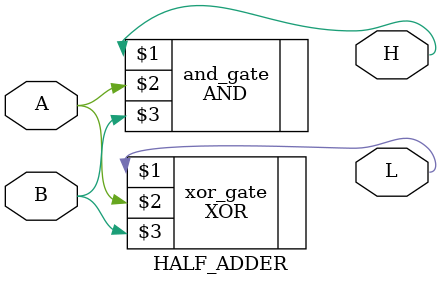
<source format=v>

`timescale 1ns/1ps
`include "../../gates/AND/AND.v"
`include "../../gates/XOR/XOR.v"

module HALF_ADDER(

    output wire H, L,
    input wire A, B

    );

    XOR xor_gate(L, A, B);
    AND and_gate(H, A, B);

endmodule
</source>
